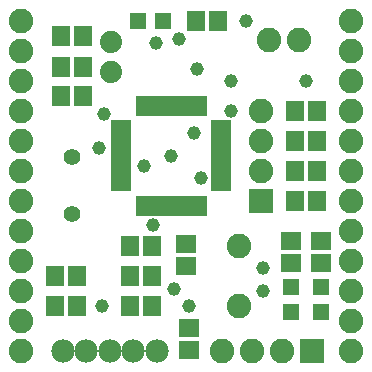
<source format=gts>
G75*
%MOIN*%
%OFA0B0*%
%FSLAX25Y25*%
%IPPOS*%
%LPD*%
%AMOC8*
5,1,8,0,0,1.08239X$1,22.5*
%
%ADD10R,0.06600X0.01900*%
%ADD11R,0.01900X0.06600*%
%ADD12R,0.06706X0.05918*%
%ADD13C,0.05600*%
%ADD14R,0.05918X0.06706*%
%ADD15R,0.08200X0.08200*%
%ADD16C,0.08200*%
%ADD17C,0.07400*%
%ADD18R,0.05524X0.05524*%
%ADD19C,0.07800*%
%ADD20C,0.04562*%
D10*
X0044900Y0066669D03*
X0044900Y0068638D03*
X0044900Y0070606D03*
X0044900Y0072575D03*
X0044900Y0074543D03*
X0044900Y0076512D03*
X0044900Y0078480D03*
X0044900Y0080449D03*
X0044900Y0082417D03*
X0044900Y0084386D03*
X0044900Y0086355D03*
X0044900Y0088323D03*
X0078100Y0088323D03*
X0078100Y0086355D03*
X0078100Y0084386D03*
X0078100Y0082417D03*
X0078100Y0080449D03*
X0078100Y0078480D03*
X0078100Y0076512D03*
X0078100Y0074543D03*
X0078100Y0072575D03*
X0078100Y0070606D03*
X0078100Y0068638D03*
X0078100Y0066669D03*
D11*
X0072327Y0060896D03*
X0070358Y0060896D03*
X0068390Y0060896D03*
X0066421Y0060896D03*
X0064453Y0060896D03*
X0062484Y0060896D03*
X0060516Y0060896D03*
X0058547Y0060896D03*
X0056579Y0060896D03*
X0054610Y0060896D03*
X0052642Y0060896D03*
X0050673Y0060896D03*
X0050673Y0094096D03*
X0052642Y0094096D03*
X0054610Y0094096D03*
X0056579Y0094096D03*
X0058547Y0094096D03*
X0060516Y0094096D03*
X0062484Y0094096D03*
X0064453Y0094096D03*
X0066421Y0094096D03*
X0068390Y0094096D03*
X0070358Y0094096D03*
X0072327Y0094096D03*
D12*
X0101500Y0049236D03*
X0101500Y0041756D03*
X0111500Y0041756D03*
X0111500Y0049236D03*
X0066500Y0048236D03*
X0066500Y0040756D03*
X0067500Y0020236D03*
X0067500Y0012756D03*
D13*
X0028500Y0057996D03*
X0028500Y0076996D03*
D14*
X0024760Y0097496D03*
X0032240Y0097496D03*
X0032240Y0106996D03*
X0024760Y0106996D03*
X0024760Y0117496D03*
X0032240Y0117496D03*
X0069760Y0122496D03*
X0077240Y0122496D03*
X0102760Y0092496D03*
X0110240Y0092496D03*
X0110240Y0082496D03*
X0102760Y0082496D03*
X0102760Y0072496D03*
X0110240Y0072496D03*
X0110240Y0062496D03*
X0102760Y0062496D03*
X0055240Y0047496D03*
X0047760Y0047496D03*
X0047760Y0037496D03*
X0055240Y0037496D03*
X0055240Y0027496D03*
X0047760Y0027496D03*
X0030240Y0027496D03*
X0022760Y0027496D03*
X0022760Y0037496D03*
X0030240Y0037496D03*
D15*
X0091500Y0062496D03*
X0108500Y0012496D03*
D16*
X0011500Y0012496D03*
X0011500Y0022496D03*
X0011500Y0032496D03*
X0011500Y0042496D03*
X0011500Y0052496D03*
X0011500Y0062496D03*
X0011500Y0072496D03*
X0011500Y0082496D03*
X0011500Y0092496D03*
X0011500Y0102496D03*
X0011500Y0112496D03*
X0011500Y0122496D03*
X0084000Y0047496D03*
X0084000Y0027496D03*
X0088500Y0012496D03*
X0078500Y0012496D03*
X0098500Y0012496D03*
X0121500Y0012496D03*
X0121500Y0022496D03*
X0121500Y0032496D03*
X0121500Y0042496D03*
X0121500Y0052496D03*
X0121500Y0062496D03*
X0121500Y0072496D03*
X0121500Y0082496D03*
X0121500Y0092496D03*
X0121500Y0102496D03*
X0121500Y0112496D03*
X0121500Y0122496D03*
X0104000Y0115996D03*
X0094000Y0115996D03*
X0091500Y0092496D03*
X0091500Y0082496D03*
X0091500Y0072496D03*
D17*
X0041500Y0105496D03*
X0041500Y0115496D03*
D18*
X0050366Y0122496D03*
X0058634Y0122496D03*
X0101500Y0033630D03*
X0101500Y0025362D03*
X0111500Y0025362D03*
X0111500Y0033630D03*
D19*
X0056669Y0012496D03*
X0048835Y0012496D03*
X0041000Y0012496D03*
X0033165Y0012496D03*
X0025331Y0012496D03*
D20*
X0038500Y0027496D03*
X0062500Y0032996D03*
X0067500Y0027496D03*
X0092000Y0032496D03*
X0092000Y0039996D03*
X0071500Y0069996D03*
X0061500Y0077496D03*
X0069000Y0084996D03*
X0081500Y0092496D03*
X0081500Y0102496D03*
X0070000Y0106496D03*
X0064000Y0116496D03*
X0056500Y0114996D03*
X0039000Y0091496D03*
X0037500Y0079996D03*
X0052500Y0073996D03*
X0055500Y0054496D03*
X0106500Y0102496D03*
X0086500Y0122496D03*
M02*

</source>
